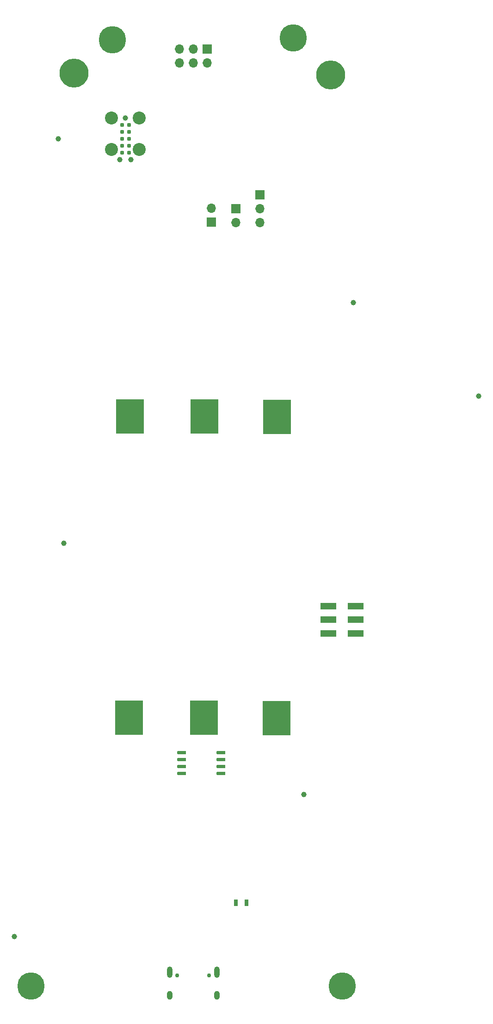
<source format=gbs>
G04 #@! TF.GenerationSoftware,KiCad,Pcbnew,5.1.5-52549c5~84~ubuntu19.10.1*
G04 #@! TF.CreationDate,2020-03-20T23:31:44-07:00*
G04 #@! TF.ProjectId,hw3-jason_bourne,6877332d-6a61-4736-9f6e-5f626f75726e,rev?*
G04 #@! TF.SameCoordinates,Original*
G04 #@! TF.FileFunction,Soldermask,Bot*
G04 #@! TF.FilePolarity,Negative*
%FSLAX46Y46*%
G04 Gerber Fmt 4.6, Leading zero omitted, Abs format (unit mm)*
G04 Created by KiCad (PCBNEW 5.1.5-52549c5~84~ubuntu19.10.1) date 2020-03-20 23:31:44*
%MOMM*%
%LPD*%
G04 APERTURE LIST*
%ADD10O,1.700000X1.700000*%
%ADD11R,1.700000X1.700000*%
%ADD12R,5.080000X6.350000*%
%ADD13C,1.000000*%
%ADD14O,1.000000X1.600000*%
%ADD15C,0.750000*%
%ADD16O,1.000000X2.100000*%
%ADD17C,5.000000*%
%ADD18C,0.100000*%
%ADD19R,0.700000X1.300000*%
%ADD20R,3.000000X1.200000*%
%ADD21C,0.787400*%
%ADD22C,2.375000*%
%ADD23C,0.990600*%
%ADD24C,5.300000*%
G04 APERTURE END LIST*
D10*
X91850000Y-69360000D03*
D11*
X91850000Y-71900000D03*
D10*
X96350000Y-71940000D03*
D11*
X96350000Y-69400000D03*
D12*
X90500000Y-162570000D03*
X90600000Y-107430000D03*
X76900000Y-107430000D03*
X76800000Y-162570000D03*
X103900000Y-107510000D03*
X103800000Y-162650000D03*
D13*
X140800000Y-103750000D03*
X55800000Y-202650000D03*
X63800000Y-56650000D03*
X117800000Y-86650000D03*
X108800000Y-176650000D03*
X64800000Y-130650000D03*
D10*
X100700000Y-71930000D03*
X100700000Y-69390000D03*
D11*
X100700000Y-66850000D03*
D14*
X92820000Y-213345000D03*
D15*
X85610000Y-209695000D03*
D16*
X92820000Y-209165000D03*
X84180000Y-209165000D03*
D14*
X84180000Y-213345000D03*
D15*
X91390000Y-209695000D03*
D17*
X58800000Y-211650000D03*
X115800000Y-211650000D03*
X106800000Y-38150000D03*
X73700000Y-38550000D03*
D18*
G36*
X87064703Y-168645722D02*
G01*
X87079264Y-168647882D01*
X87093543Y-168651459D01*
X87107403Y-168656418D01*
X87120710Y-168662712D01*
X87133336Y-168670280D01*
X87145159Y-168679048D01*
X87156066Y-168688934D01*
X87165952Y-168699841D01*
X87174720Y-168711664D01*
X87182288Y-168724290D01*
X87188582Y-168737597D01*
X87193541Y-168751457D01*
X87197118Y-168765736D01*
X87199278Y-168780297D01*
X87200000Y-168795000D01*
X87200000Y-169095000D01*
X87199278Y-169109703D01*
X87197118Y-169124264D01*
X87193541Y-169138543D01*
X87188582Y-169152403D01*
X87182288Y-169165710D01*
X87174720Y-169178336D01*
X87165952Y-169190159D01*
X87156066Y-169201066D01*
X87145159Y-169210952D01*
X87133336Y-169219720D01*
X87120710Y-169227288D01*
X87107403Y-169233582D01*
X87093543Y-169238541D01*
X87079264Y-169242118D01*
X87064703Y-169244278D01*
X87050000Y-169245000D01*
X85750000Y-169245000D01*
X85735297Y-169244278D01*
X85720736Y-169242118D01*
X85706457Y-169238541D01*
X85692597Y-169233582D01*
X85679290Y-169227288D01*
X85666664Y-169219720D01*
X85654841Y-169210952D01*
X85643934Y-169201066D01*
X85634048Y-169190159D01*
X85625280Y-169178336D01*
X85617712Y-169165710D01*
X85611418Y-169152403D01*
X85606459Y-169138543D01*
X85602882Y-169124264D01*
X85600722Y-169109703D01*
X85600000Y-169095000D01*
X85600000Y-168795000D01*
X85600722Y-168780297D01*
X85602882Y-168765736D01*
X85606459Y-168751457D01*
X85611418Y-168737597D01*
X85617712Y-168724290D01*
X85625280Y-168711664D01*
X85634048Y-168699841D01*
X85643934Y-168688934D01*
X85654841Y-168679048D01*
X85666664Y-168670280D01*
X85679290Y-168662712D01*
X85692597Y-168656418D01*
X85706457Y-168651459D01*
X85720736Y-168647882D01*
X85735297Y-168645722D01*
X85750000Y-168645000D01*
X87050000Y-168645000D01*
X87064703Y-168645722D01*
G37*
G36*
X87064703Y-169915722D02*
G01*
X87079264Y-169917882D01*
X87093543Y-169921459D01*
X87107403Y-169926418D01*
X87120710Y-169932712D01*
X87133336Y-169940280D01*
X87145159Y-169949048D01*
X87156066Y-169958934D01*
X87165952Y-169969841D01*
X87174720Y-169981664D01*
X87182288Y-169994290D01*
X87188582Y-170007597D01*
X87193541Y-170021457D01*
X87197118Y-170035736D01*
X87199278Y-170050297D01*
X87200000Y-170065000D01*
X87200000Y-170365000D01*
X87199278Y-170379703D01*
X87197118Y-170394264D01*
X87193541Y-170408543D01*
X87188582Y-170422403D01*
X87182288Y-170435710D01*
X87174720Y-170448336D01*
X87165952Y-170460159D01*
X87156066Y-170471066D01*
X87145159Y-170480952D01*
X87133336Y-170489720D01*
X87120710Y-170497288D01*
X87107403Y-170503582D01*
X87093543Y-170508541D01*
X87079264Y-170512118D01*
X87064703Y-170514278D01*
X87050000Y-170515000D01*
X85750000Y-170515000D01*
X85735297Y-170514278D01*
X85720736Y-170512118D01*
X85706457Y-170508541D01*
X85692597Y-170503582D01*
X85679290Y-170497288D01*
X85666664Y-170489720D01*
X85654841Y-170480952D01*
X85643934Y-170471066D01*
X85634048Y-170460159D01*
X85625280Y-170448336D01*
X85617712Y-170435710D01*
X85611418Y-170422403D01*
X85606459Y-170408543D01*
X85602882Y-170394264D01*
X85600722Y-170379703D01*
X85600000Y-170365000D01*
X85600000Y-170065000D01*
X85600722Y-170050297D01*
X85602882Y-170035736D01*
X85606459Y-170021457D01*
X85611418Y-170007597D01*
X85617712Y-169994290D01*
X85625280Y-169981664D01*
X85634048Y-169969841D01*
X85643934Y-169958934D01*
X85654841Y-169949048D01*
X85666664Y-169940280D01*
X85679290Y-169932712D01*
X85692597Y-169926418D01*
X85706457Y-169921459D01*
X85720736Y-169917882D01*
X85735297Y-169915722D01*
X85750000Y-169915000D01*
X87050000Y-169915000D01*
X87064703Y-169915722D01*
G37*
G36*
X87064703Y-171185722D02*
G01*
X87079264Y-171187882D01*
X87093543Y-171191459D01*
X87107403Y-171196418D01*
X87120710Y-171202712D01*
X87133336Y-171210280D01*
X87145159Y-171219048D01*
X87156066Y-171228934D01*
X87165952Y-171239841D01*
X87174720Y-171251664D01*
X87182288Y-171264290D01*
X87188582Y-171277597D01*
X87193541Y-171291457D01*
X87197118Y-171305736D01*
X87199278Y-171320297D01*
X87200000Y-171335000D01*
X87200000Y-171635000D01*
X87199278Y-171649703D01*
X87197118Y-171664264D01*
X87193541Y-171678543D01*
X87188582Y-171692403D01*
X87182288Y-171705710D01*
X87174720Y-171718336D01*
X87165952Y-171730159D01*
X87156066Y-171741066D01*
X87145159Y-171750952D01*
X87133336Y-171759720D01*
X87120710Y-171767288D01*
X87107403Y-171773582D01*
X87093543Y-171778541D01*
X87079264Y-171782118D01*
X87064703Y-171784278D01*
X87050000Y-171785000D01*
X85750000Y-171785000D01*
X85735297Y-171784278D01*
X85720736Y-171782118D01*
X85706457Y-171778541D01*
X85692597Y-171773582D01*
X85679290Y-171767288D01*
X85666664Y-171759720D01*
X85654841Y-171750952D01*
X85643934Y-171741066D01*
X85634048Y-171730159D01*
X85625280Y-171718336D01*
X85617712Y-171705710D01*
X85611418Y-171692403D01*
X85606459Y-171678543D01*
X85602882Y-171664264D01*
X85600722Y-171649703D01*
X85600000Y-171635000D01*
X85600000Y-171335000D01*
X85600722Y-171320297D01*
X85602882Y-171305736D01*
X85606459Y-171291457D01*
X85611418Y-171277597D01*
X85617712Y-171264290D01*
X85625280Y-171251664D01*
X85634048Y-171239841D01*
X85643934Y-171228934D01*
X85654841Y-171219048D01*
X85666664Y-171210280D01*
X85679290Y-171202712D01*
X85692597Y-171196418D01*
X85706457Y-171191459D01*
X85720736Y-171187882D01*
X85735297Y-171185722D01*
X85750000Y-171185000D01*
X87050000Y-171185000D01*
X87064703Y-171185722D01*
G37*
G36*
X87064703Y-172455722D02*
G01*
X87079264Y-172457882D01*
X87093543Y-172461459D01*
X87107403Y-172466418D01*
X87120710Y-172472712D01*
X87133336Y-172480280D01*
X87145159Y-172489048D01*
X87156066Y-172498934D01*
X87165952Y-172509841D01*
X87174720Y-172521664D01*
X87182288Y-172534290D01*
X87188582Y-172547597D01*
X87193541Y-172561457D01*
X87197118Y-172575736D01*
X87199278Y-172590297D01*
X87200000Y-172605000D01*
X87200000Y-172905000D01*
X87199278Y-172919703D01*
X87197118Y-172934264D01*
X87193541Y-172948543D01*
X87188582Y-172962403D01*
X87182288Y-172975710D01*
X87174720Y-172988336D01*
X87165952Y-173000159D01*
X87156066Y-173011066D01*
X87145159Y-173020952D01*
X87133336Y-173029720D01*
X87120710Y-173037288D01*
X87107403Y-173043582D01*
X87093543Y-173048541D01*
X87079264Y-173052118D01*
X87064703Y-173054278D01*
X87050000Y-173055000D01*
X85750000Y-173055000D01*
X85735297Y-173054278D01*
X85720736Y-173052118D01*
X85706457Y-173048541D01*
X85692597Y-173043582D01*
X85679290Y-173037288D01*
X85666664Y-173029720D01*
X85654841Y-173020952D01*
X85643934Y-173011066D01*
X85634048Y-173000159D01*
X85625280Y-172988336D01*
X85617712Y-172975710D01*
X85611418Y-172962403D01*
X85606459Y-172948543D01*
X85602882Y-172934264D01*
X85600722Y-172919703D01*
X85600000Y-172905000D01*
X85600000Y-172605000D01*
X85600722Y-172590297D01*
X85602882Y-172575736D01*
X85606459Y-172561457D01*
X85611418Y-172547597D01*
X85617712Y-172534290D01*
X85625280Y-172521664D01*
X85634048Y-172509841D01*
X85643934Y-172498934D01*
X85654841Y-172489048D01*
X85666664Y-172480280D01*
X85679290Y-172472712D01*
X85692597Y-172466418D01*
X85706457Y-172461459D01*
X85720736Y-172457882D01*
X85735297Y-172455722D01*
X85750000Y-172455000D01*
X87050000Y-172455000D01*
X87064703Y-172455722D01*
G37*
G36*
X94264703Y-172455722D02*
G01*
X94279264Y-172457882D01*
X94293543Y-172461459D01*
X94307403Y-172466418D01*
X94320710Y-172472712D01*
X94333336Y-172480280D01*
X94345159Y-172489048D01*
X94356066Y-172498934D01*
X94365952Y-172509841D01*
X94374720Y-172521664D01*
X94382288Y-172534290D01*
X94388582Y-172547597D01*
X94393541Y-172561457D01*
X94397118Y-172575736D01*
X94399278Y-172590297D01*
X94400000Y-172605000D01*
X94400000Y-172905000D01*
X94399278Y-172919703D01*
X94397118Y-172934264D01*
X94393541Y-172948543D01*
X94388582Y-172962403D01*
X94382288Y-172975710D01*
X94374720Y-172988336D01*
X94365952Y-173000159D01*
X94356066Y-173011066D01*
X94345159Y-173020952D01*
X94333336Y-173029720D01*
X94320710Y-173037288D01*
X94307403Y-173043582D01*
X94293543Y-173048541D01*
X94279264Y-173052118D01*
X94264703Y-173054278D01*
X94250000Y-173055000D01*
X92950000Y-173055000D01*
X92935297Y-173054278D01*
X92920736Y-173052118D01*
X92906457Y-173048541D01*
X92892597Y-173043582D01*
X92879290Y-173037288D01*
X92866664Y-173029720D01*
X92854841Y-173020952D01*
X92843934Y-173011066D01*
X92834048Y-173000159D01*
X92825280Y-172988336D01*
X92817712Y-172975710D01*
X92811418Y-172962403D01*
X92806459Y-172948543D01*
X92802882Y-172934264D01*
X92800722Y-172919703D01*
X92800000Y-172905000D01*
X92800000Y-172605000D01*
X92800722Y-172590297D01*
X92802882Y-172575736D01*
X92806459Y-172561457D01*
X92811418Y-172547597D01*
X92817712Y-172534290D01*
X92825280Y-172521664D01*
X92834048Y-172509841D01*
X92843934Y-172498934D01*
X92854841Y-172489048D01*
X92866664Y-172480280D01*
X92879290Y-172472712D01*
X92892597Y-172466418D01*
X92906457Y-172461459D01*
X92920736Y-172457882D01*
X92935297Y-172455722D01*
X92950000Y-172455000D01*
X94250000Y-172455000D01*
X94264703Y-172455722D01*
G37*
G36*
X94264703Y-171185722D02*
G01*
X94279264Y-171187882D01*
X94293543Y-171191459D01*
X94307403Y-171196418D01*
X94320710Y-171202712D01*
X94333336Y-171210280D01*
X94345159Y-171219048D01*
X94356066Y-171228934D01*
X94365952Y-171239841D01*
X94374720Y-171251664D01*
X94382288Y-171264290D01*
X94388582Y-171277597D01*
X94393541Y-171291457D01*
X94397118Y-171305736D01*
X94399278Y-171320297D01*
X94400000Y-171335000D01*
X94400000Y-171635000D01*
X94399278Y-171649703D01*
X94397118Y-171664264D01*
X94393541Y-171678543D01*
X94388582Y-171692403D01*
X94382288Y-171705710D01*
X94374720Y-171718336D01*
X94365952Y-171730159D01*
X94356066Y-171741066D01*
X94345159Y-171750952D01*
X94333336Y-171759720D01*
X94320710Y-171767288D01*
X94307403Y-171773582D01*
X94293543Y-171778541D01*
X94279264Y-171782118D01*
X94264703Y-171784278D01*
X94250000Y-171785000D01*
X92950000Y-171785000D01*
X92935297Y-171784278D01*
X92920736Y-171782118D01*
X92906457Y-171778541D01*
X92892597Y-171773582D01*
X92879290Y-171767288D01*
X92866664Y-171759720D01*
X92854841Y-171750952D01*
X92843934Y-171741066D01*
X92834048Y-171730159D01*
X92825280Y-171718336D01*
X92817712Y-171705710D01*
X92811418Y-171692403D01*
X92806459Y-171678543D01*
X92802882Y-171664264D01*
X92800722Y-171649703D01*
X92800000Y-171635000D01*
X92800000Y-171335000D01*
X92800722Y-171320297D01*
X92802882Y-171305736D01*
X92806459Y-171291457D01*
X92811418Y-171277597D01*
X92817712Y-171264290D01*
X92825280Y-171251664D01*
X92834048Y-171239841D01*
X92843934Y-171228934D01*
X92854841Y-171219048D01*
X92866664Y-171210280D01*
X92879290Y-171202712D01*
X92892597Y-171196418D01*
X92906457Y-171191459D01*
X92920736Y-171187882D01*
X92935297Y-171185722D01*
X92950000Y-171185000D01*
X94250000Y-171185000D01*
X94264703Y-171185722D01*
G37*
G36*
X94264703Y-169915722D02*
G01*
X94279264Y-169917882D01*
X94293543Y-169921459D01*
X94307403Y-169926418D01*
X94320710Y-169932712D01*
X94333336Y-169940280D01*
X94345159Y-169949048D01*
X94356066Y-169958934D01*
X94365952Y-169969841D01*
X94374720Y-169981664D01*
X94382288Y-169994290D01*
X94388582Y-170007597D01*
X94393541Y-170021457D01*
X94397118Y-170035736D01*
X94399278Y-170050297D01*
X94400000Y-170065000D01*
X94400000Y-170365000D01*
X94399278Y-170379703D01*
X94397118Y-170394264D01*
X94393541Y-170408543D01*
X94388582Y-170422403D01*
X94382288Y-170435710D01*
X94374720Y-170448336D01*
X94365952Y-170460159D01*
X94356066Y-170471066D01*
X94345159Y-170480952D01*
X94333336Y-170489720D01*
X94320710Y-170497288D01*
X94307403Y-170503582D01*
X94293543Y-170508541D01*
X94279264Y-170512118D01*
X94264703Y-170514278D01*
X94250000Y-170515000D01*
X92950000Y-170515000D01*
X92935297Y-170514278D01*
X92920736Y-170512118D01*
X92906457Y-170508541D01*
X92892597Y-170503582D01*
X92879290Y-170497288D01*
X92866664Y-170489720D01*
X92854841Y-170480952D01*
X92843934Y-170471066D01*
X92834048Y-170460159D01*
X92825280Y-170448336D01*
X92817712Y-170435710D01*
X92811418Y-170422403D01*
X92806459Y-170408543D01*
X92802882Y-170394264D01*
X92800722Y-170379703D01*
X92800000Y-170365000D01*
X92800000Y-170065000D01*
X92800722Y-170050297D01*
X92802882Y-170035736D01*
X92806459Y-170021457D01*
X92811418Y-170007597D01*
X92817712Y-169994290D01*
X92825280Y-169981664D01*
X92834048Y-169969841D01*
X92843934Y-169958934D01*
X92854841Y-169949048D01*
X92866664Y-169940280D01*
X92879290Y-169932712D01*
X92892597Y-169926418D01*
X92906457Y-169921459D01*
X92920736Y-169917882D01*
X92935297Y-169915722D01*
X92950000Y-169915000D01*
X94250000Y-169915000D01*
X94264703Y-169915722D01*
G37*
G36*
X94264703Y-168645722D02*
G01*
X94279264Y-168647882D01*
X94293543Y-168651459D01*
X94307403Y-168656418D01*
X94320710Y-168662712D01*
X94333336Y-168670280D01*
X94345159Y-168679048D01*
X94356066Y-168688934D01*
X94365952Y-168699841D01*
X94374720Y-168711664D01*
X94382288Y-168724290D01*
X94388582Y-168737597D01*
X94393541Y-168751457D01*
X94397118Y-168765736D01*
X94399278Y-168780297D01*
X94400000Y-168795000D01*
X94400000Y-169095000D01*
X94399278Y-169109703D01*
X94397118Y-169124264D01*
X94393541Y-169138543D01*
X94388582Y-169152403D01*
X94382288Y-169165710D01*
X94374720Y-169178336D01*
X94365952Y-169190159D01*
X94356066Y-169201066D01*
X94345159Y-169210952D01*
X94333336Y-169219720D01*
X94320710Y-169227288D01*
X94307403Y-169233582D01*
X94293543Y-169238541D01*
X94279264Y-169242118D01*
X94264703Y-169244278D01*
X94250000Y-169245000D01*
X92950000Y-169245000D01*
X92935297Y-169244278D01*
X92920736Y-169242118D01*
X92906457Y-169238541D01*
X92892597Y-169233582D01*
X92879290Y-169227288D01*
X92866664Y-169219720D01*
X92854841Y-169210952D01*
X92843934Y-169201066D01*
X92834048Y-169190159D01*
X92825280Y-169178336D01*
X92817712Y-169165710D01*
X92811418Y-169152403D01*
X92806459Y-169138543D01*
X92802882Y-169124264D01*
X92800722Y-169109703D01*
X92800000Y-169095000D01*
X92800000Y-168795000D01*
X92800722Y-168780297D01*
X92802882Y-168765736D01*
X92806459Y-168751457D01*
X92811418Y-168737597D01*
X92817712Y-168724290D01*
X92825280Y-168711664D01*
X92834048Y-168699841D01*
X92843934Y-168688934D01*
X92854841Y-168679048D01*
X92866664Y-168670280D01*
X92879290Y-168662712D01*
X92892597Y-168656418D01*
X92906457Y-168651459D01*
X92920736Y-168647882D01*
X92935297Y-168645722D01*
X92950000Y-168645000D01*
X94250000Y-168645000D01*
X94264703Y-168645722D01*
G37*
D19*
X96350001Y-196400000D03*
X98249999Y-196400000D03*
D20*
X113300000Y-142150000D03*
X113300000Y-144650000D03*
X118300000Y-142150000D03*
X118300000Y-147150000D03*
X118300000Y-144650000D03*
X113300000Y-147150000D03*
D11*
X91100000Y-40250000D03*
D10*
X91100000Y-42790000D03*
X88560000Y-40250000D03*
X88560000Y-42790000D03*
X86020000Y-40250000D03*
X86020000Y-42790000D03*
D21*
X76735000Y-54110000D03*
X76735000Y-55380000D03*
X76735000Y-56650000D03*
X76735000Y-57920000D03*
X76735000Y-59190000D03*
X75465000Y-59190000D03*
X75465000Y-57920000D03*
X75465000Y-56650000D03*
X75465000Y-55380000D03*
X75465000Y-54110000D03*
D22*
X73560000Y-52840000D03*
X78640000Y-52840000D03*
X78640000Y-58555000D03*
X73560000Y-58555000D03*
D23*
X76100000Y-52840000D03*
X75084000Y-60460000D03*
X77116000Y-60460000D03*
D24*
X113700000Y-44950000D03*
X66700000Y-44650000D03*
M02*

</source>
